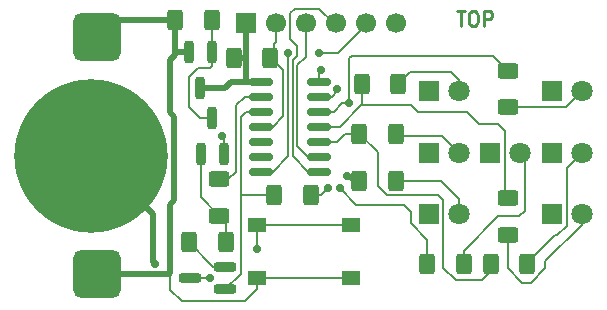
<source format=gtl>
G04 #@! TF.GenerationSoftware,KiCad,Pcbnew,9.0.1*
G04 #@! TF.CreationDate,2025-09-23T20:38:02+02:00*
G04 #@! TF.ProjectId,kostka-smd,6b6f7374-6b61-42d7-936d-642e6b696361,1*
G04 #@! TF.SameCoordinates,Original*
G04 #@! TF.FileFunction,Copper,L1,Top*
G04 #@! TF.FilePolarity,Positive*
%FSLAX46Y46*%
G04 Gerber Fmt 4.6, Leading zero omitted, Abs format (unit mm)*
G04 Created by KiCad (PCBNEW 9.0.1) date 2025-09-23 20:38:02*
%MOMM*%
%LPD*%
G01*
G04 APERTURE LIST*
G04 Aperture macros list*
%AMRoundRect*
0 Rectangle with rounded corners*
0 $1 Rounding radius*
0 $2 $3 $4 $5 $6 $7 $8 $9 X,Y pos of 4 corners*
0 Add a 4 corners polygon primitive as box body*
4,1,4,$2,$3,$4,$5,$6,$7,$8,$9,$2,$3,0*
0 Add four circle primitives for the rounded corners*
1,1,$1+$1,$2,$3*
1,1,$1+$1,$4,$5*
1,1,$1+$1,$6,$7*
1,1,$1+$1,$8,$9*
0 Add four rect primitives between the rounded corners*
20,1,$1+$1,$2,$3,$4,$5,0*
20,1,$1+$1,$4,$5,$6,$7,0*
20,1,$1+$1,$6,$7,$8,$9,0*
20,1,$1+$1,$8,$9,$2,$3,0*%
G04 Aperture macros list end*
%ADD10C,0.250000*%
G04 #@! TA.AperFunction,NonConductor*
%ADD11C,0.250000*%
G04 #@! TD*
G04 #@! TA.AperFunction,SMDPad,CuDef*
%ADD12RoundRect,0.250000X0.625000X-0.400000X0.625000X0.400000X-0.625000X0.400000X-0.625000X-0.400000X0*%
G04 #@! TD*
G04 #@! TA.AperFunction,SMDPad,CuDef*
%ADD13RoundRect,0.150000X-0.825000X-0.150000X0.825000X-0.150000X0.825000X0.150000X-0.825000X0.150000X0*%
G04 #@! TD*
G04 #@! TA.AperFunction,SMDPad,CuDef*
%ADD14RoundRect,0.250000X0.400000X0.625000X-0.400000X0.625000X-0.400000X-0.625000X0.400000X-0.625000X0*%
G04 #@! TD*
G04 #@! TA.AperFunction,SMDPad,CuDef*
%ADD15RoundRect,0.200000X0.200000X-0.750000X0.200000X0.750000X-0.200000X0.750000X-0.200000X-0.750000X0*%
G04 #@! TD*
G04 #@! TA.AperFunction,SMDPad,CuDef*
%ADD16RoundRect,0.250000X-0.400000X-0.625000X0.400000X-0.625000X0.400000X0.625000X-0.400000X0.625000X0*%
G04 #@! TD*
G04 #@! TA.AperFunction,ComponentPad*
%ADD17R,1.800000X1.800000*%
G04 #@! TD*
G04 #@! TA.AperFunction,ComponentPad*
%ADD18C,1.800000*%
G04 #@! TD*
G04 #@! TA.AperFunction,SMDPad,CuDef*
%ADD19R,1.550000X1.300000*%
G04 #@! TD*
G04 #@! TA.AperFunction,SMDPad,CuDef*
%ADD20RoundRect,0.200000X-0.200000X0.750000X-0.200000X-0.750000X0.200000X-0.750000X0.200000X0.750000X0*%
G04 #@! TD*
G04 #@! TA.AperFunction,ComponentPad*
%ADD21R,1.700000X1.700000*%
G04 #@! TD*
G04 #@! TA.AperFunction,ComponentPad*
%ADD22C,1.700000*%
G04 #@! TD*
G04 #@! TA.AperFunction,SMDPad,CuDef*
%ADD23RoundRect,0.600000X1.400000X-1.400000X1.400000X1.400000X-1.400000X1.400000X-1.400000X-1.400000X0*%
G04 #@! TD*
G04 #@! TA.AperFunction,SMDPad,CuDef*
%ADD24C,13.000000*%
G04 #@! TD*
G04 #@! TA.AperFunction,SMDPad,CuDef*
%ADD25RoundRect,0.200000X0.750000X0.200000X-0.750000X0.200000X-0.750000X-0.200000X0.750000X-0.200000X0*%
G04 #@! TD*
G04 #@! TA.AperFunction,ViaPad*
%ADD26C,0.700000*%
G04 #@! TD*
G04 #@! TA.AperFunction,Conductor*
%ADD27C,0.500000*%
G04 #@! TD*
G04 #@! TA.AperFunction,Conductor*
%ADD28C,0.200000*%
G04 #@! TD*
G04 APERTURE END LIST*
D10*
D11*
X175278758Y-80440142D02*
X175964473Y-80440142D01*
X175621615Y-81640142D02*
X175621615Y-80440142D01*
X176593044Y-80440142D02*
X176821616Y-80440142D01*
X176821616Y-80440142D02*
X176935901Y-80497285D01*
X176935901Y-80497285D02*
X177050187Y-80611571D01*
X177050187Y-80611571D02*
X177107330Y-80840142D01*
X177107330Y-80840142D02*
X177107330Y-81240142D01*
X177107330Y-81240142D02*
X177050187Y-81468714D01*
X177050187Y-81468714D02*
X176935901Y-81583000D01*
X176935901Y-81583000D02*
X176821616Y-81640142D01*
X176821616Y-81640142D02*
X176593044Y-81640142D01*
X176593044Y-81640142D02*
X176478759Y-81583000D01*
X176478759Y-81583000D02*
X176364473Y-81468714D01*
X176364473Y-81468714D02*
X176307330Y-81240142D01*
X176307330Y-81240142D02*
X176307330Y-80840142D01*
X176307330Y-80840142D02*
X176364473Y-80611571D01*
X176364473Y-80611571D02*
X176478759Y-80497285D01*
X176478759Y-80497285D02*
X176593044Y-80440142D01*
X177621616Y-81640142D02*
X177621616Y-80440142D01*
X177621616Y-80440142D02*
X178078759Y-80440142D01*
X178078759Y-80440142D02*
X178193044Y-80497285D01*
X178193044Y-80497285D02*
X178250187Y-80554428D01*
X178250187Y-80554428D02*
X178307330Y-80668714D01*
X178307330Y-80668714D02*
X178307330Y-80840142D01*
X178307330Y-80840142D02*
X178250187Y-80954428D01*
X178250187Y-80954428D02*
X178193044Y-81011571D01*
X178193044Y-81011571D02*
X178078759Y-81068714D01*
X178078759Y-81068714D02*
X177621616Y-81068714D01*
D12*
X179600000Y-88550000D03*
X179600000Y-85450000D03*
D13*
X158725000Y-86390000D03*
X158725000Y-87660000D03*
X158725000Y-88930000D03*
X158725000Y-90200000D03*
X158725000Y-91470000D03*
X158725000Y-92740000D03*
X158725000Y-94010000D03*
X163675000Y-94010000D03*
X163675000Y-92740000D03*
X163675000Y-91470000D03*
X163675000Y-90200000D03*
X163675000Y-88930000D03*
X163675000Y-87660000D03*
X163675000Y-86390000D03*
D12*
X179600000Y-99350000D03*
X179600000Y-96250000D03*
D14*
X170150000Y-90800000D03*
X167050000Y-90800000D03*
D15*
X153650000Y-92500000D03*
X155550000Y-92500000D03*
X154600000Y-89500000D03*
D14*
X159500000Y-84400000D03*
X156400000Y-84400000D03*
D16*
X151450000Y-81200000D03*
X154550000Y-81200000D03*
D14*
X162950000Y-96000000D03*
X159850000Y-96000000D03*
D17*
X172930000Y-87200000D03*
D18*
X175470000Y-87200000D03*
D14*
X155750000Y-100000000D03*
X152650000Y-100000000D03*
D17*
X183330000Y-92400000D03*
D18*
X185870000Y-92400000D03*
D14*
X175880000Y-101800000D03*
X172780000Y-101800000D03*
D19*
X166380000Y-103050000D03*
X158420000Y-103050000D03*
X166380000Y-98550000D03*
X158420000Y-98550000D03*
D17*
X172930000Y-97600000D03*
D18*
X175470000Y-97600000D03*
D17*
X183330000Y-87200000D03*
D18*
X185870000Y-87200000D03*
D20*
X154550000Y-83900000D03*
X152650000Y-83900000D03*
X153600000Y-86900000D03*
D21*
X157450000Y-81400000D03*
D22*
X159990000Y-81400000D03*
X162530000Y-81400000D03*
X165070000Y-81400000D03*
X167610000Y-81400000D03*
X170150000Y-81400000D03*
D17*
X172930000Y-92400000D03*
D18*
X175470000Y-92400000D03*
D12*
X155200000Y-97750000D03*
X155200000Y-94650000D03*
D14*
X170350000Y-86600000D03*
X167250000Y-86600000D03*
D17*
X183330000Y-97600000D03*
D18*
X185870000Y-97600000D03*
D23*
X144800000Y-102700000D03*
X144800000Y-82600000D03*
D24*
X144350000Y-92650000D03*
D14*
X181280000Y-101800000D03*
X178180000Y-101800000D03*
D17*
X178130000Y-92400000D03*
D18*
X180670000Y-92400000D03*
D25*
X155700000Y-103950000D03*
X155700000Y-102050000D03*
X152700000Y-103000000D03*
D14*
X170150000Y-94800000D03*
X167050000Y-94800000D03*
D26*
X163800000Y-85400000D03*
X149731574Y-101800000D03*
X164400000Y-95400000D03*
X155400000Y-91000000D03*
X158420000Y-100600000D03*
X154400000Y-103000000D03*
X161000000Y-84000000D03*
X163600000Y-84000000D03*
X166000000Y-94400000D03*
X166200000Y-88200000D03*
X165400000Y-95400000D03*
X165200000Y-87000000D03*
D27*
X150900000Y-102700000D02*
X145100000Y-102700000D01*
X151000000Y-96800000D02*
X151000000Y-102600000D01*
D28*
X158420000Y-103980000D02*
X157400000Y-105000000D01*
D27*
X151400000Y-89400000D02*
X151400000Y-96400000D01*
X145800000Y-81200000D02*
X151450000Y-81200000D01*
X151000000Y-84600000D02*
X151000000Y-89000000D01*
X151450000Y-84150000D02*
X151000000Y-84600000D01*
X151550000Y-83900000D02*
X151450000Y-84000000D01*
D28*
X158420000Y-103050000D02*
X158420000Y-103980000D01*
D27*
X151400000Y-96400000D02*
X151000000Y-96800000D01*
X151450000Y-84000000D02*
X151450000Y-81200000D01*
D28*
X158420000Y-103050000D02*
X166380000Y-103050000D01*
D27*
X151450000Y-84000000D02*
X151450000Y-84150000D01*
X152650000Y-83900000D02*
X151550000Y-83900000D01*
X151000000Y-102600000D02*
X150900000Y-102700000D01*
D28*
X152000000Y-105000000D02*
X151000000Y-104000000D01*
D27*
X145100000Y-81900000D02*
X145800000Y-81200000D01*
X145100000Y-102700000D02*
X144400000Y-102000000D01*
X144400000Y-81900000D02*
X145100000Y-81900000D01*
D28*
X157400000Y-105000000D02*
X152000000Y-105000000D01*
X151000000Y-104000000D02*
X151000000Y-102600000D01*
D27*
X151000000Y-89000000D02*
X151400000Y-89400000D01*
D28*
X163675000Y-86390000D02*
X163675000Y-85525000D01*
X155550000Y-92500000D02*
X155550000Y-91150000D01*
X163800000Y-96000000D02*
X162950000Y-96000000D01*
D27*
X149731574Y-101800000D02*
X149600000Y-101668426D01*
X149600000Y-97600000D02*
X144650000Y-92650000D01*
D28*
X164400000Y-95400000D02*
X163800000Y-96000000D01*
D27*
X149600000Y-101668426D02*
X149600000Y-97600000D01*
D28*
X163675000Y-85525000D02*
X163800000Y-85400000D01*
X155550000Y-91150000D02*
X155400000Y-91000000D01*
D27*
X144650000Y-92650000D02*
X143950000Y-92650000D01*
D28*
X175470000Y-87200000D02*
X175470000Y-86270000D01*
X171350000Y-85600000D02*
X170350000Y-86600000D01*
X175470000Y-86270000D02*
X174800000Y-85600000D01*
X174800000Y-85600000D02*
X171350000Y-85600000D01*
X170150000Y-85800000D02*
X170150000Y-86350000D01*
X154700000Y-102050000D02*
X152650000Y-100000000D01*
X156250000Y-101950000D02*
X155500000Y-101950000D01*
X155700000Y-102050000D02*
X154700000Y-102050000D01*
X158420000Y-100600000D02*
X158420000Y-98550000D01*
X166380000Y-98550000D02*
X158420000Y-98550000D01*
X158420000Y-100694064D02*
X158420000Y-100600000D01*
X152700000Y-103000000D02*
X154400000Y-103000000D01*
X157000000Y-102650000D02*
X157000000Y-96000000D01*
X155700000Y-103950000D02*
X157000000Y-102650000D01*
X157470000Y-88930000D02*
X157000000Y-89400000D01*
X159850000Y-96000000D02*
X157000000Y-96000000D01*
X158725000Y-88930000D02*
X157470000Y-88930000D01*
X157000000Y-89400000D02*
X157000000Y-96000000D01*
X170730000Y-91000000D02*
X174070000Y-91000000D01*
X174070000Y-91000000D02*
X175470000Y-92400000D01*
X170150000Y-90800000D02*
X170150000Y-90250000D01*
X175470000Y-96340000D02*
X173930000Y-94800000D01*
X175470000Y-97600000D02*
X175470000Y-96340000D01*
X173930000Y-94800000D02*
X170150000Y-94800000D01*
X179600000Y-88550000D02*
X184520000Y-88550000D01*
X184520000Y-88550000D02*
X185870000Y-87200000D01*
X184600000Y-98600000D02*
X184600000Y-93670000D01*
X184600000Y-93670000D02*
X185870000Y-92400000D01*
X183800000Y-99400000D02*
X184600000Y-98600000D01*
X183600000Y-99400000D02*
X183800000Y-99400000D01*
X181280000Y-101720000D02*
X183600000Y-99400000D01*
X181280000Y-101800000D02*
X181280000Y-101720000D01*
X185870000Y-98530000D02*
X185870000Y-97600000D01*
X181600000Y-103400000D02*
X182800000Y-102200000D01*
X180800000Y-103400000D02*
X181600000Y-103400000D01*
X182800000Y-101600000D02*
X185870000Y-98530000D01*
X182800000Y-102200000D02*
X182800000Y-101600000D01*
X179600000Y-102200000D02*
X180800000Y-103400000D01*
X179600000Y-99350000D02*
X179600000Y-102200000D01*
X181070000Y-92800000D02*
X180670000Y-92400000D01*
X178800000Y-97800000D02*
X175880000Y-100720000D01*
X180600000Y-97800000D02*
X178800000Y-97800000D01*
X175880000Y-100720000D02*
X175880000Y-101800000D01*
X181070000Y-97330000D02*
X181070000Y-92800000D01*
X181070000Y-97330000D02*
X180600000Y-97800000D01*
X159800000Y-84600000D02*
X159800000Y-83200000D01*
X159800000Y-83200000D02*
X159990000Y-83010000D01*
X160599000Y-89300999D02*
X160599000Y-85399000D01*
X159699999Y-90200000D02*
X160599000Y-89300999D01*
X158725000Y-90200000D02*
X159699999Y-90200000D01*
X160599000Y-85399000D02*
X159800000Y-84600000D01*
X159990000Y-83010000D02*
X159990000Y-81600000D01*
X165210000Y-84000000D02*
X163600000Y-84000000D01*
X161000000Y-84000000D02*
X161000000Y-92709999D01*
X167610000Y-81600000D02*
X165210000Y-84000000D01*
X159699999Y-94010000D02*
X158725000Y-94010000D01*
X161000000Y-92709999D02*
X159699999Y-94010000D01*
D27*
X156400000Y-84400000D02*
X157450000Y-84400000D01*
X157450000Y-84400000D02*
X157450000Y-86340000D01*
X158725000Y-86390000D02*
X157400000Y-86390000D01*
X157400000Y-86390000D02*
X156210000Y-86390000D01*
X157450000Y-81600000D02*
X157450000Y-84400000D01*
X155700000Y-86900000D02*
X153600000Y-86900000D01*
X156210000Y-86390000D02*
X155700000Y-86900000D01*
X157450000Y-86340000D02*
X157400000Y-86390000D01*
D28*
X161800000Y-91839999D02*
X161800000Y-85000000D01*
X161800000Y-85000000D02*
X162530000Y-84270000D01*
X162530000Y-84270000D02*
X162530000Y-81600000D01*
X163675000Y-92740000D02*
X162700001Y-92740000D01*
X162700001Y-92740000D02*
X161800000Y-91839999D01*
X161800000Y-84200000D02*
X161800000Y-83400000D01*
X161800000Y-83400000D02*
X161200000Y-82800000D01*
X163670000Y-80200000D02*
X165070000Y-81600000D01*
X161200000Y-82800000D02*
X161200000Y-80600000D01*
X161600000Y-80200000D02*
X163670000Y-80200000D01*
X162700001Y-94010000D02*
X161400000Y-92709999D01*
X161400000Y-84600000D02*
X161800000Y-84200000D01*
X163675000Y-94010000D02*
X162700001Y-94010000D01*
X161200000Y-80600000D02*
X161600000Y-80200000D01*
X161400000Y-92709999D02*
X161400000Y-84600000D01*
X152600000Y-88500000D02*
X152600000Y-86000000D01*
X154550000Y-81200000D02*
X154550000Y-83900000D01*
X153400000Y-85200000D02*
X154400000Y-85200000D01*
X154550000Y-85050000D02*
X154550000Y-83900000D01*
X154400000Y-89500000D02*
X153600000Y-89500000D01*
X152600000Y-86000000D02*
X153400000Y-85200000D01*
X154400000Y-85200000D02*
X154550000Y-85050000D01*
X153600000Y-89500000D02*
X152600000Y-88500000D01*
X155750000Y-98300000D02*
X155200000Y-97750000D01*
X153650000Y-92500000D02*
X153650000Y-96200000D01*
X153650000Y-96200000D02*
X155200000Y-97750000D01*
X155750000Y-100000000D02*
X155750000Y-98300000D01*
X157340000Y-87660000D02*
X156600000Y-88400000D01*
X156600000Y-94000000D02*
X155950000Y-94650000D01*
X158725000Y-87660000D02*
X157340000Y-87660000D01*
X155950000Y-94650000D02*
X155200000Y-94650000D01*
X156600000Y-88400000D02*
X156600000Y-94000000D01*
X171400000Y-88400000D02*
X167200000Y-88400000D01*
X165400000Y-90200000D02*
X167200000Y-88400000D01*
X178800000Y-90000000D02*
X177200000Y-90000000D01*
X179400000Y-96050000D02*
X179400000Y-90600000D01*
X163675000Y-90200000D02*
X165400000Y-90200000D01*
X179400000Y-90600000D02*
X178800000Y-90000000D01*
X167250000Y-88350000D02*
X167250000Y-86600000D01*
X167200000Y-88400000D02*
X167250000Y-88350000D01*
X172000000Y-89000000D02*
X171400000Y-88400000D01*
X176200000Y-89000000D02*
X172000000Y-89000000D01*
X179600000Y-96250000D02*
X179400000Y-96050000D01*
X177200000Y-90000000D02*
X176200000Y-89000000D01*
X179600000Y-96250000D02*
X179250000Y-96250000D01*
X166400000Y-84200000D02*
X178350000Y-84200000D01*
X167050000Y-94800000D02*
X166400000Y-94800000D01*
X165600000Y-88200000D02*
X164870000Y-88930000D01*
X166200000Y-88200000D02*
X166200000Y-84400000D01*
X166400000Y-94800000D02*
X166000000Y-94400000D01*
X164870000Y-88930000D02*
X163675000Y-88930000D01*
X166200000Y-84400000D02*
X166400000Y-84200000D01*
X178350000Y-84200000D02*
X179600000Y-85450000D01*
X166200000Y-88200000D02*
X165600000Y-88200000D01*
X172780000Y-101800000D02*
X172780000Y-99780000D01*
X166800000Y-96800000D02*
X165400000Y-95400000D01*
X171400000Y-98400000D02*
X171400000Y-97400000D01*
X171400000Y-97400000D02*
X170800000Y-96800000D01*
X163675000Y-87660000D02*
X164740000Y-87660000D01*
X164740000Y-87660000D02*
X165200000Y-87200000D01*
X172780000Y-99780000D02*
X171400000Y-98400000D01*
X165200000Y-87200000D02*
X165200000Y-87000000D01*
X170800000Y-96800000D02*
X166800000Y-96800000D01*
X178180000Y-101800000D02*
X178180000Y-102420000D01*
X165800000Y-90800000D02*
X167050000Y-90800000D01*
X173732000Y-96000000D02*
X169400000Y-96000000D01*
X163675000Y-91470000D02*
X165130000Y-91470000D01*
X169400000Y-96000000D02*
X168600000Y-95200000D01*
X174131000Y-102131000D02*
X174131000Y-96399000D01*
X165130000Y-91470000D02*
X165800000Y-90800000D01*
X175200000Y-103200000D02*
X174131000Y-102131000D01*
X178180000Y-102420000D02*
X177400000Y-103200000D01*
X177400000Y-103200000D02*
X175200000Y-103200000D01*
X174131000Y-96399000D02*
X173732000Y-96000000D01*
X168600000Y-95200000D02*
X168600000Y-92350000D01*
X168600000Y-92350000D02*
X167050000Y-90800000D01*
M02*

</source>
